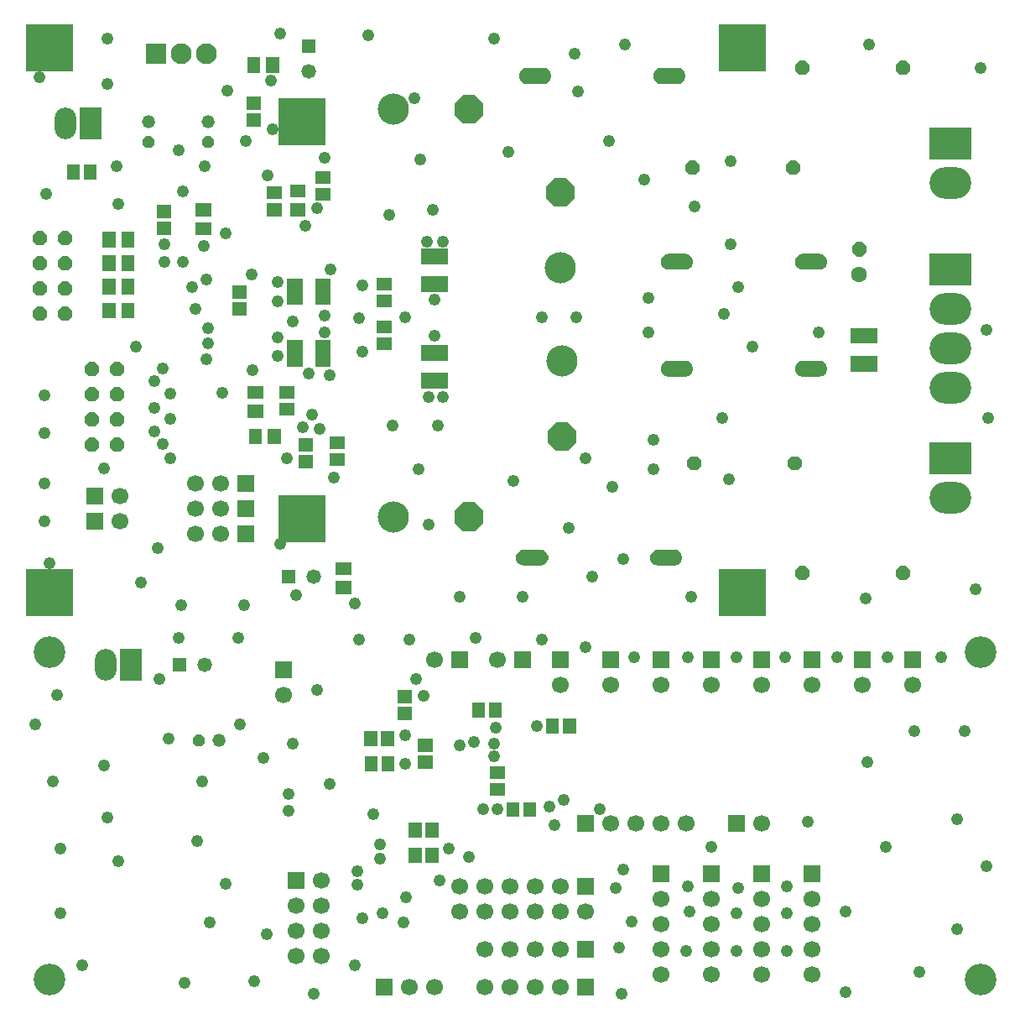
<source format=gbs>
G04 DipTrace 2.3.1.0*
%INamp_tas5631.gbs*%
%MOIN*%
%ADD30C,0.052*%
%ADD31C,0.124*%
%ADD32C,0.063*%
%ADD54C,0.126*%
%ADD61C,0.0479*%
%ADD64O,0.1654X0.126*%
%ADD66R,0.1654X0.126*%
%ADD68O,0.0866X0.126*%
%ADD70R,0.0866X0.126*%
%ADD72C,0.0827*%
%ADD73C,0.0669*%
%ADD74R,0.0827X0.0827*%
%ADD75R,0.0669X0.0669*%
%ADD84R,0.185X0.185*%
%ADD88R,0.0579X0.0579*%
%ADD90C,0.0579*%
%FSLAX44Y44*%
G04*
G70*
G90*
G75*
G01*
%LNBotMask*%
%LPD*%
D61*
X9688Y-29375D3*
X9245Y-10192D3*
X12500Y-18250D3*
X11375Y-8250D3*
X11938Y-16312D3*
X13625Y-13250D3*
X12375Y-10000D3*
X15312Y-11875D3*
X13500Y-11938D3*
X7438Y-10375D3*
X6875Y-10687D3*
X7500Y-12313D3*
Y-12937D3*
X7313Y-9063D3*
X11250Y-16250D3*
X11625Y-15750D3*
X8182Y-8559D3*
X9000Y-4875D3*
X9875Y-6250D3*
X12313Y-14188D3*
X10250Y-12687D3*
Y-13437D3*
X12125Y-11813D3*
X9250Y-14000D3*
X10250Y-10500D3*
Y-11250D3*
X11500Y-14125D3*
X15688Y-3188D3*
X10625Y-17500D3*
X20750Y-11875D3*
X7000Y-11563D3*
X13625Y-10625D3*
X11812Y-7562D3*
X12125Y-5562D3*
X10000Y-2500D3*
X3500Y-2625D3*
X25188Y-16750D3*
Y-17938D3*
X21813Y-20250D3*
X25000Y-11125D3*
X10062Y-4438D3*
X3500Y-813D3*
X10375Y-625D3*
X8250Y-2875D3*
X25000Y-12500D3*
X31750D3*
X28000Y-11750D3*
X22125Y-11875D3*
X15875Y-17938D3*
X15938Y-5625D3*
X3875Y-5875D3*
X22750Y-22188D3*
X6313Y-5250D3*
X6500Y-6875D3*
X7375Y-5875D3*
X1063Y-7000D3*
X3938Y-7375D3*
X19625Y-18375D3*
X16688Y-34250D3*
X15250Y-35938D3*
X7438Y-13563D3*
X6000Y-15937D3*
Y-14937D3*
X6437Y-23313D3*
X8938D3*
X11000Y-22937D3*
X5500Y-21062D3*
X14312Y-32813D3*
X10875Y-12062D3*
X19438Y-5313D3*
X27938Y-15875D3*
X21062Y-31313D3*
X4625Y-13063D3*
X5750Y-9000D3*
X16250Y-20125D3*
X28188Y-18313D3*
X16813Y-15063D3*
X16250D3*
X16813Y-8875D3*
X16188D3*
X28563Y-10688D3*
X29125Y-13063D3*
X28250Y-9000D3*
Y-5688D3*
X26813Y-7500D3*
X24063Y-1063D3*
X33750D3*
X38188Y-2000D3*
X18875Y-813D3*
X17500Y-23000D3*
X787Y-2362D3*
X1181Y-21654D3*
X5687Y-16938D3*
X5375Y-16438D3*
Y-15500D3*
X5687Y-13938D3*
X5375Y-14438D3*
X26563Y-34500D3*
X23438Y-4875D3*
X24813Y-6437D3*
X23563Y-18625D3*
X8063Y-14875D3*
X12125Y-12500D3*
X16500Y-12625D3*
Y-11188D3*
X16625Y-16188D3*
X14813D3*
X16438Y-7625D3*
X14688Y-7813D3*
X5750Y-9688D3*
X6500D3*
X26625Y-35500D3*
X13875Y-688D3*
X22062Y-1438D3*
X22188Y-2938D3*
X38438Y-12375D3*
X22500Y-17500D3*
X24000Y-21500D3*
X26688Y-23000D3*
X20000D3*
X13313Y-23250D3*
X10375Y-20875D3*
X3375Y-17875D3*
X4813Y-22438D3*
X6000Y-17500D3*
X1000Y-15000D3*
Y-16500D3*
Y-18500D3*
Y-20000D3*
X14313Y-33375D3*
X13438Y-33875D3*
Y-34438D3*
X15375Y-34938D3*
X15312Y-28500D3*
X17500Y-28875D3*
X20563Y-28125D3*
X18938Y-28188D3*
X19000Y-31438D3*
X17063Y-33000D3*
X10688Y-31500D3*
X10875Y-28813D3*
X15312Y-29625D3*
X28500Y-35563D3*
X30500D3*
X12313Y-30438D3*
X14063Y-31625D3*
X18875Y-28813D3*
X21625Y-31063D3*
X17875Y-33313D3*
X21250Y-32063D3*
X8750Y-28063D3*
X18875Y-29313D3*
X16062Y-26938D3*
X18062Y-28750D3*
X15750Y-26250D3*
X6312Y-24625D3*
X11813Y-26688D3*
X8688Y-24625D3*
X23062Y-31437D3*
X10688Y-30813D3*
X23938Y-38750D3*
X24312Y-35875D3*
X28500Y-37063D3*
X28563Y-34563D3*
X27500Y-32938D3*
X30500Y-37063D3*
X26500D3*
X31313Y-31938D3*
X1625Y-33000D3*
X3500Y-31750D3*
X7062Y-32687D3*
X1625Y-35563D3*
X38438Y-33688D3*
X33688Y-29563D3*
X23813Y-36938D3*
X24000Y-33813D3*
X13500Y-24688D3*
X15500D3*
X9813Y-36375D3*
X3938Y-33500D3*
X9313Y-38250D3*
X1313Y-30313D3*
X625Y-28063D3*
X1500Y-26875D3*
X18437Y-31438D3*
X13625Y-35750D3*
X32500Y-25375D3*
X34500D3*
X30438D3*
X28500D3*
X26563D3*
X24438D3*
X22500Y-25000D3*
X20750Y-24688D3*
X18125Y-24625D3*
X36625Y-25375D3*
X35563Y-28313D3*
X33625Y-23063D3*
X32813Y-38688D3*
X38500Y-15875D3*
X38000Y-22688D3*
X37563Y-28313D3*
X30500Y-34500D3*
X37250Y-36188D3*
X7250Y-30313D3*
X32812Y-35500D3*
X5938Y-28625D3*
X5563Y-26250D3*
X3375Y-29688D3*
X8188Y-34375D3*
X34438Y-32938D3*
X35750Y-37875D3*
X37250Y-31813D3*
X23688Y-34563D3*
X14438Y-35563D3*
X13313Y-37625D3*
X11687Y-38750D3*
X6563Y-38313D3*
X2500Y-37625D3*
X7563Y-35938D3*
D30*
X7938Y-28688D3*
G36*
X6897Y-28588D2*
X7038Y-28447D1*
X7237D1*
X7378Y-28588D1*
Y-28787D1*
X7237Y-28928D1*
X7038D1*
X6897Y-28787D1*
Y-28588D1*
G37*
G36*
X15608Y-27369D2*
Y-27881D1*
X15017D1*
Y-27369D1*
X15608D1*
G37*
G36*
Y-26700D2*
Y-27212D1*
X15017D1*
Y-26700D1*
X15608D1*
G37*
G36*
X14369Y-28330D2*
X14881D1*
Y-28920D1*
X14369D1*
Y-28330D1*
G37*
G36*
X13700D2*
X14212D1*
Y-28920D1*
X13700D1*
Y-28330D1*
G37*
G36*
X21443Y-28420D2*
X20932D1*
Y-27830D1*
X21443D1*
Y-28420D1*
G37*
G36*
X22113D2*
X21601D1*
Y-27830D1*
X22113D1*
Y-28420D1*
G37*
G36*
X18506Y-27795D2*
X17994D1*
Y-27205D1*
X18506D1*
Y-27795D1*
G37*
G36*
X19175D2*
X18663D1*
Y-27205D1*
X19175D1*
Y-27795D1*
G37*
G36*
X16420Y-29307D2*
Y-29818D1*
X15830D1*
Y-29307D1*
X16420D1*
G37*
G36*
Y-28637D2*
Y-29149D1*
X15830D1*
Y-28637D1*
X16420D1*
G37*
G36*
X19859Y-31733D2*
X19347D1*
Y-31142D1*
X19859D1*
Y-31733D1*
G37*
G36*
X20528D2*
X20016D1*
Y-31142D1*
X20528D1*
Y-31733D1*
G37*
G36*
X18705Y-30234D2*
Y-29722D1*
X19295D1*
Y-30234D1*
X18705D1*
G37*
G36*
Y-30903D2*
Y-30391D1*
X19295D1*
Y-30903D1*
X18705D1*
G37*
G36*
X16141Y-32955D2*
X16653D1*
Y-33545D1*
X16141D1*
Y-32955D1*
G37*
G36*
X15472D2*
X15984D1*
Y-33545D1*
X15472D1*
Y-32955D1*
G37*
G36*
X14234Y-29920D2*
X13722D1*
Y-29330D1*
X14234D1*
Y-29920D1*
G37*
G36*
X14903D2*
X14391D1*
Y-29330D1*
X14903D1*
Y-29920D1*
G37*
G36*
X16141Y-31955D2*
X16653D1*
Y-32545D1*
X16141D1*
Y-31955D1*
G37*
G36*
X15472D2*
X15984D1*
Y-32545D1*
X15472D1*
Y-31955D1*
G37*
D30*
X5125Y-4125D3*
G36*
X5225Y-5165D2*
X5365Y-5025D1*
Y-4826D1*
X5225Y-4685D1*
X5025D1*
X4885Y-4826D1*
Y-5025D1*
X5025Y-5165D1*
X5225D1*
G37*
G36*
X9608Y-3807D2*
Y-4318D1*
X9017D1*
Y-3807D1*
X9608D1*
G37*
G36*
Y-3137D2*
Y-3649D1*
X9017D1*
Y-3137D1*
X9608D1*
G37*
D30*
X7500Y-4125D3*
G36*
X7599Y-5165D2*
X7740Y-5025D1*
Y-4826D1*
X7599Y-4685D1*
X7400D1*
X7260Y-4826D1*
Y-5025D1*
X7400Y-5165D1*
X7599D1*
G37*
G36*
X11748Y-10343D2*
X12378D1*
Y-11406D1*
X11748D1*
Y-10343D1*
G37*
G36*
X10645D2*
X11275D1*
Y-11406D1*
X10645D1*
Y-10343D1*
G37*
D31*
X14870Y-3621D3*
G36*
X18443Y-3384D2*
X18108Y-3048D1*
X17633D1*
X17298Y-3384D1*
Y-3858D1*
X17633Y-4194D1*
X18108D1*
X18443Y-3858D1*
Y-3384D1*
G37*
D31*
X21496Y-9934D3*
G36*
X21259Y-6361D2*
X20923Y-6697D1*
Y-7172D1*
X21259Y-7507D1*
X21733D1*
X22069Y-7172D1*
Y-6697D1*
X21733Y-6361D1*
X21259D1*
G37*
D32*
X33375Y-10188D3*
G36*
X33254Y-8896D2*
X33084Y-9067D1*
Y-9308D1*
X33254Y-9479D1*
X33496D1*
X33666Y-9308D1*
Y-9067D1*
X33496Y-8896D1*
X33254D1*
G37*
G36*
X5455Y-7943D2*
Y-7432D1*
X6045D1*
Y-7943D1*
X5455D1*
G37*
G36*
Y-8613D2*
Y-8101D1*
X6045D1*
Y-8613D1*
X5455D1*
G37*
G36*
X10415Y-7365D2*
Y-7877D1*
X9825D1*
Y-7365D1*
X10415D1*
G37*
G36*
Y-6696D2*
Y-7208D1*
X9825D1*
Y-6696D1*
X10415D1*
G37*
G36*
X9045Y-11307D2*
Y-11818D1*
X8455D1*
Y-11307D1*
X9045D1*
G37*
G36*
Y-10637D2*
Y-11149D1*
X8455D1*
Y-10637D1*
X9045D1*
G37*
G36*
X12358Y-6744D2*
Y-7256D1*
X11767D1*
Y-6744D1*
X12358D1*
G37*
G36*
Y-6075D2*
Y-6587D1*
X11767D1*
Y-6075D1*
X12358D1*
G37*
G36*
X31380Y-1854D2*
X31217Y-1691D1*
X30988D1*
X30825Y-1854D1*
Y-2083D1*
X30988Y-2246D1*
X31217D1*
X31380Y-2083D1*
Y-1854D1*
G37*
G36*
X35380D2*
X35217Y-1691D1*
X34988D1*
X34825Y-1854D1*
Y-2083D1*
X34988Y-2246D1*
X35217D1*
X35380Y-2083D1*
Y-1854D1*
G37*
G36*
X33031Y-12940D2*
Y-12310D1*
X34094D1*
Y-12940D1*
X33031D1*
G37*
G36*
Y-14042D2*
Y-13412D1*
X34094D1*
Y-14042D1*
X33031D1*
G37*
D31*
X21559Y-13622D3*
G36*
X21796Y-17195D2*
X22131Y-16859D1*
Y-16385D1*
X21796Y-16049D1*
X21321D1*
X20986Y-16385D1*
Y-16859D1*
X21321Y-17195D1*
X21796D1*
G37*
G36*
X27027Y-5823D2*
X26865Y-5660D1*
X26635D1*
X26473Y-5823D1*
Y-6052D1*
X26635Y-6215D1*
X26865D1*
X27027Y-6052D1*
Y-5823D1*
G37*
G36*
X31027D2*
X30865Y-5660D1*
X30635D1*
X30473Y-5823D1*
Y-6052D1*
X30635Y-6215D1*
X30865D1*
X31027Y-6052D1*
Y-5823D1*
G37*
G36*
X14795Y-10994D2*
Y-11506D1*
X14205D1*
Y-10994D1*
X14795D1*
G37*
G36*
Y-10325D2*
Y-10837D1*
X14205D1*
Y-10325D1*
X14795D1*
G37*
G36*
X17031Y-10248D2*
Y-10878D1*
X15969D1*
Y-10248D1*
X17031D1*
G37*
G36*
Y-9145D2*
Y-9775D1*
X15969D1*
Y-9145D1*
X17031D1*
G37*
G36*
X11670Y-17369D2*
Y-17881D1*
X11080D1*
Y-17369D1*
X11670D1*
G37*
G36*
Y-16700D2*
Y-17212D1*
X11080D1*
Y-16700D1*
X11670D1*
G37*
G36*
X14795Y-12681D2*
Y-13193D1*
X14205D1*
Y-12681D1*
X14795D1*
G37*
G36*
Y-12012D2*
Y-12524D1*
X14205D1*
Y-12012D1*
X14795D1*
G37*
G36*
X30535Y-17802D2*
X30698Y-17965D1*
X30927D1*
X31090Y-17802D1*
Y-17573D1*
X30927Y-17410D1*
X30698D1*
X30535Y-17573D1*
Y-17802D1*
G37*
G36*
X26535D2*
X26698Y-17965D1*
X26927D1*
X27090Y-17802D1*
Y-17573D1*
X26927Y-17410D1*
X26698D1*
X26535Y-17573D1*
Y-17802D1*
G37*
G36*
X10330Y-15131D2*
Y-14619D1*
X10920D1*
Y-15131D1*
X10330D1*
G37*
G36*
Y-15800D2*
Y-15288D1*
X10920D1*
Y-15800D1*
X10330D1*
G37*
G36*
X17031Y-14100D2*
Y-14730D1*
X15969D1*
Y-14100D1*
X17031D1*
G37*
G36*
Y-12998D2*
Y-13628D1*
X15969D1*
Y-12998D1*
X17031D1*
G37*
G36*
X12330Y-17131D2*
Y-16619D1*
X12920D1*
Y-17131D1*
X12330D1*
G37*
G36*
Y-17800D2*
Y-17288D1*
X12920D1*
Y-17800D1*
X12330D1*
G37*
G36*
X34825Y-22162D2*
X34988Y-22324D1*
X35217D1*
X35380Y-22162D1*
Y-21932D1*
X35217Y-21770D1*
X34988D1*
X34825Y-21932D1*
Y-22162D1*
G37*
G36*
X30825D2*
X30988Y-22324D1*
X31217D1*
X31380Y-22162D1*
Y-21932D1*
X31217Y-21770D1*
X30988D1*
X30825Y-21932D1*
Y-22162D1*
G37*
D31*
X14870Y-19810D3*
G36*
X18443Y-19573D2*
X18108Y-19237D1*
X17633D1*
X17298Y-19573D1*
Y-20047D1*
X17633Y-20383D1*
X18108D1*
X18443Y-20047D1*
Y-19573D1*
G37*
G36*
X11748Y-12781D2*
X12378D1*
Y-13844D1*
X11748D1*
Y-12781D1*
G37*
G36*
X10645D2*
X11275D1*
Y-13844D1*
X10645D1*
Y-12781D1*
G37*
G36*
X2557Y-5830D2*
X3068D1*
Y-6420D1*
X2557D1*
Y-5830D1*
G37*
G36*
X1887D2*
X2399D1*
Y-6420D1*
X1887D1*
Y-5830D1*
G37*
D90*
X7375Y-25687D3*
D88*
X6375D3*
D90*
X11500Y-2125D3*
D88*
Y-1125D3*
D90*
X11688Y-22188D3*
D88*
X10688D3*
D54*
X38189Y-25197D3*
X1181Y-38189D3*
Y-25197D3*
X38189Y-38189D3*
D75*
X14500Y-38500D3*
D73*
X15500D3*
X16500D3*
D75*
X9000Y-18500D3*
D73*
X8000D3*
X7000D3*
D75*
X9000Y-19500D3*
D73*
X8000D3*
X7000D3*
D75*
X9000Y-20500D3*
D73*
X8000D3*
X7000D3*
D75*
X10500Y-25875D3*
D73*
Y-26875D3*
G36*
X20817Y-2629D2*
X20926Y-2610D1*
X21023Y-2554D1*
X21095Y-2469D1*
X21133Y-2364D1*
Y-2253D1*
X21095Y-2148D1*
X21023Y-2063D1*
X20927Y-2007D1*
X20817Y-1987D1*
X20175D1*
X20066Y-2007D1*
X19969Y-2062D1*
X19897Y-2148D1*
X19859Y-2252D1*
Y-2364D1*
X19897Y-2469D1*
X19969Y-2554D1*
X20065Y-2610D1*
X20175Y-2629D1*
X20817D1*
G37*
G36*
X26147D2*
X26257Y-2610D1*
X26354Y-2554D1*
X26425Y-2469D1*
X26464Y-2364D1*
Y-2253D1*
X26426Y-2148D1*
X26354Y-2063D1*
X26258Y-2007D1*
X26148Y-1987D1*
X25506D1*
X25396Y-2007D1*
X25300Y-2062D1*
X25228Y-2148D1*
X25190Y-2252D1*
Y-2364D1*
X25228Y-2469D1*
X25299Y-2554D1*
X25396Y-2610D1*
X25506Y-2629D1*
X26147D1*
G37*
G36*
X26446Y-10008D2*
X26555Y-9989D1*
X26652Y-9933D1*
X26724Y-9848D1*
X26762Y-9743D1*
Y-9632D1*
X26724Y-9527D1*
X26652Y-9442D1*
X26556Y-9386D1*
X26446Y-9367D1*
X25804D1*
X25695Y-9386D1*
X25598Y-9442D1*
X25526Y-9527D1*
X25488Y-9631D1*
Y-9743D1*
X25526Y-9848D1*
X25598Y-9933D1*
X25694Y-9989D1*
X25804Y-10008D1*
X26446D1*
G37*
G36*
X31776D2*
X31886Y-9989D1*
X31983Y-9933D1*
X32054Y-9848D1*
X32093Y-9743D1*
Y-9632D1*
X32055Y-9527D1*
X31983Y-9442D1*
X31887Y-9386D1*
X31777Y-9367D1*
X31135D1*
X31025Y-9386D1*
X30929Y-9442D1*
X30857Y-9527D1*
X30819Y-9631D1*
Y-9743D1*
X30857Y-9848D1*
X30928Y-9933D1*
X31025Y-9989D1*
X31135Y-10008D1*
X31776D1*
G37*
G36*
X26446Y-14258D2*
X26555Y-14239D1*
X26652Y-14183D1*
X26724Y-14098D1*
X26762Y-13993D1*
Y-13882D1*
X26724Y-13777D1*
X26652Y-13692D1*
X26556Y-13636D1*
X26446Y-13617D1*
X25804D1*
X25695Y-13636D1*
X25598Y-13692D1*
X25526Y-13777D1*
X25488Y-13881D1*
Y-13993D1*
X25526Y-14098D1*
X25598Y-14183D1*
X25694Y-14239D1*
X25804Y-14258D1*
X26446D1*
G37*
G36*
X31776D2*
X31886Y-14239D1*
X31983Y-14183D1*
X32054Y-14098D1*
X32093Y-13993D1*
Y-13882D1*
X32055Y-13777D1*
X31983Y-13692D1*
X31887Y-13636D1*
X31777Y-13617D1*
X31135D1*
X31025Y-13636D1*
X30929Y-13692D1*
X30857Y-13777D1*
X30819Y-13881D1*
Y-13993D1*
X30857Y-14098D1*
X30928Y-14183D1*
X31025Y-14239D1*
X31135Y-14258D1*
X31776D1*
G37*
G36*
X20696Y-21758D2*
X20805Y-21739D1*
X20902Y-21683D1*
X20974Y-21598D1*
X21012Y-21493D1*
Y-21382D1*
X20974Y-21277D1*
X20902Y-21192D1*
X20806Y-21136D1*
X20696Y-21117D1*
X20054D1*
X19945Y-21136D1*
X19848Y-21192D1*
X19776Y-21277D1*
X19738Y-21381D1*
Y-21493D1*
X19776Y-21598D1*
X19848Y-21683D1*
X19944Y-21739D1*
X20054Y-21758D1*
X20696D1*
G37*
G36*
X26026D2*
X26136Y-21739D1*
X26233Y-21683D1*
X26304Y-21598D1*
X26343Y-21493D1*
Y-21382D1*
X26305Y-21277D1*
X26233Y-21192D1*
X26137Y-21136D1*
X26027Y-21117D1*
X25385D1*
X25275Y-21136D1*
X25179Y-21192D1*
X25107Y-21277D1*
X25069Y-21381D1*
Y-21493D1*
X25107Y-21598D1*
X25178Y-21683D1*
X25275Y-21739D1*
X25385Y-21758D1*
X26026D1*
G37*
D84*
X28740Y-22835D3*
X11220Y-19882D3*
X28740Y-1181D3*
X1181D3*
Y-22835D3*
X11220Y-4134D3*
G36*
X9568Y-2190D2*
X9057D1*
Y-1560D1*
X9568D1*
Y-2190D1*
G37*
G36*
X10316D2*
X9805D1*
Y-1560D1*
X10316D1*
Y-2190D1*
G37*
G36*
X12560Y-22131D2*
Y-21619D1*
X13190D1*
Y-22131D1*
X12560D1*
G37*
G36*
Y-22879D2*
Y-22367D1*
X13190D1*
Y-22879D1*
X12560D1*
G37*
G36*
X11378Y-7369D2*
Y-7881D1*
X10748D1*
Y-7369D1*
X11378D1*
G37*
G36*
Y-6621D2*
Y-7133D1*
X10748D1*
Y-6621D1*
X11378D1*
G37*
G36*
X7627Y-8119D2*
Y-8631D1*
X6998D1*
Y-8119D1*
X7627D1*
G37*
G36*
Y-7371D2*
Y-7883D1*
X6998D1*
Y-7371D1*
X7627D1*
G37*
G36*
X3818Y-9127D2*
X3307D1*
Y-8498D1*
X3818D1*
Y-9127D1*
G37*
G36*
X4566D2*
X4055D1*
Y-8498D1*
X4566D1*
Y-9127D1*
G37*
G36*
X3818Y-10065D2*
X3307D1*
Y-9435D1*
X3818D1*
Y-10065D1*
G37*
G36*
X4566D2*
X4055D1*
Y-9435D1*
X4566D1*
Y-10065D1*
G37*
G36*
X3818Y-11002D2*
X3307D1*
Y-10373D1*
X3818D1*
Y-11002D1*
G37*
G36*
X4566D2*
X4055D1*
Y-10373D1*
X4566D1*
Y-11002D1*
G37*
G36*
X3818Y-11940D2*
X3307D1*
Y-11310D1*
X3818D1*
Y-11940D1*
G37*
G36*
X4566D2*
X4055D1*
Y-11310D1*
X4566D1*
Y-11940D1*
G37*
G36*
X9869Y-16310D2*
X10381D1*
Y-16940D1*
X9869D1*
Y-16310D1*
G37*
G36*
X9121D2*
X9633D1*
Y-16940D1*
X9121D1*
Y-16310D1*
G37*
G36*
X9690Y-15369D2*
Y-15881D1*
X9060D1*
Y-15369D1*
X9690D1*
G37*
G36*
Y-14621D2*
Y-15133D1*
X9060D1*
Y-14621D1*
X9690D1*
G37*
D74*
X5438Y-1438D3*
D72*
X6438D3*
X7438D3*
D70*
X4437Y-25687D3*
D68*
X3437D3*
D75*
X20000Y-25500D3*
D73*
X19000D3*
D75*
X21500D3*
D73*
Y-26500D3*
D75*
X17500Y-25500D3*
D73*
X16500D3*
D75*
X23500D3*
D73*
Y-26500D3*
D75*
X25500Y-25500D3*
D73*
Y-26500D3*
D75*
X27500Y-25500D3*
D73*
Y-26500D3*
D75*
X29500Y-25500D3*
D73*
Y-26500D3*
D75*
X31500Y-25500D3*
D73*
Y-26500D3*
D75*
X11000Y-34250D3*
D73*
X12000D3*
X11000Y-35250D3*
X12000D3*
X11000Y-36250D3*
X12000D3*
X11000Y-37250D3*
X12000D3*
D75*
X33500Y-25500D3*
D73*
Y-26500D3*
D75*
X22500Y-32000D3*
D73*
X23500D3*
X24500D3*
X25500D3*
X26500D3*
D75*
X35500Y-25500D3*
D73*
Y-26500D3*
D75*
X28500Y-32000D3*
D73*
X29500D3*
D75*
X25500Y-34000D3*
D73*
Y-35000D3*
Y-36000D3*
Y-37000D3*
Y-38000D3*
D75*
X22500Y-34500D3*
D73*
Y-35500D3*
X21500Y-34500D3*
Y-35500D3*
X20500Y-34500D3*
Y-35500D3*
X19500Y-34500D3*
Y-35500D3*
X18500Y-34500D3*
Y-35500D3*
X17500Y-34500D3*
Y-35500D3*
D75*
X27500Y-34000D3*
D73*
Y-35000D3*
Y-36000D3*
Y-37000D3*
Y-38000D3*
D75*
X22500Y-38500D3*
D73*
X21500D3*
X20500D3*
X19500D3*
X18500D3*
D75*
X22500Y-37000D3*
D73*
X21500D3*
X20500D3*
X19500D3*
X18500D3*
D75*
X29500Y-34000D3*
D73*
Y-35000D3*
Y-36000D3*
Y-37000D3*
Y-38000D3*
D75*
X31500Y-34000D3*
D73*
Y-35000D3*
Y-36000D3*
Y-37000D3*
Y-38000D3*
D70*
X2813Y-4187D3*
D68*
X1813D3*
D66*
X37000Y-10000D3*
D64*
Y-11559D3*
Y-13118D3*
Y-14677D3*
D75*
X3000Y-19000D3*
D73*
X4000D3*
D75*
X3000Y-20000D3*
D73*
X4000D3*
G36*
X1921Y-9024D2*
X2083Y-8861D1*
Y-8632D1*
X1921Y-8469D1*
X1691D1*
X1529Y-8632D1*
Y-8861D1*
X1691Y-9024D1*
X1921D1*
G37*
G36*
X921D2*
X1083Y-8861D1*
Y-8632D1*
X921Y-8469D1*
X691D1*
X529Y-8632D1*
Y-8861D1*
X691Y-9024D1*
X921D1*
G37*
G36*
X1921Y-10024D2*
X2083Y-9861D1*
Y-9632D1*
X1921Y-9469D1*
X1691D1*
X1529Y-9632D1*
Y-9861D1*
X1691Y-10024D1*
X1921D1*
G37*
G36*
X921D2*
X1083Y-9861D1*
Y-9632D1*
X921Y-9469D1*
X691D1*
X529Y-9632D1*
Y-9861D1*
X691Y-10024D1*
X921D1*
G37*
G36*
X1921Y-11024D2*
X2083Y-10861D1*
Y-10632D1*
X1921Y-10469D1*
X1691D1*
X1529Y-10632D1*
Y-10861D1*
X1691Y-11024D1*
X1921D1*
G37*
G36*
X921D2*
X1083Y-10861D1*
Y-10632D1*
X921Y-10469D1*
X691D1*
X529Y-10632D1*
Y-10861D1*
X691Y-11024D1*
X921D1*
G37*
G36*
X1921Y-12024D2*
X2083Y-11861D1*
Y-11632D1*
X1921Y-11469D1*
X1691D1*
X1529Y-11632D1*
Y-11861D1*
X1691Y-12024D1*
X1921D1*
G37*
G36*
X921D2*
X1083Y-11861D1*
Y-11632D1*
X921Y-11469D1*
X691D1*
X529Y-11632D1*
Y-11861D1*
X691Y-12024D1*
X921D1*
G37*
G36*
X2754Y-16658D2*
X2592Y-16820D1*
Y-17050D1*
X2754Y-17212D1*
X2984D1*
X3146Y-17050D1*
Y-16820D1*
X2984Y-16658D1*
X2754D1*
G37*
G36*
X3754D2*
X3592Y-16820D1*
Y-17050D1*
X3754Y-17212D1*
X3984D1*
X4146Y-17050D1*
Y-16820D1*
X3984Y-16658D1*
X3754D1*
G37*
G36*
X2754Y-15658D2*
X2592Y-15820D1*
Y-16050D1*
X2754Y-16212D1*
X2984D1*
X3146Y-16050D1*
Y-15820D1*
X2984Y-15658D1*
X2754D1*
G37*
G36*
X3754D2*
X3592Y-15820D1*
Y-16050D1*
X3754Y-16212D1*
X3984D1*
X4146Y-16050D1*
Y-15820D1*
X3984Y-15658D1*
X3754D1*
G37*
G36*
X2754Y-14658D2*
X2592Y-14820D1*
Y-15050D1*
X2754Y-15212D1*
X2984D1*
X3146Y-15050D1*
Y-14820D1*
X2984Y-14658D1*
X2754D1*
G37*
G36*
X3754D2*
X3592Y-14820D1*
Y-15050D1*
X3754Y-15212D1*
X3984D1*
X4146Y-15050D1*
Y-14820D1*
X3984Y-14658D1*
X3754D1*
G37*
G36*
X2754Y-13658D2*
X2592Y-13820D1*
Y-14050D1*
X2754Y-14212D1*
X2984D1*
X3146Y-14050D1*
Y-13820D1*
X2984Y-13658D1*
X2754D1*
G37*
G36*
X3754D2*
X3592Y-13820D1*
Y-14050D1*
X3754Y-14212D1*
X3984D1*
X4146Y-14050D1*
Y-13820D1*
X3984Y-13658D1*
X3754D1*
G37*
D66*
X37000Y-5000D3*
D64*
Y-6559D3*
D66*
Y-17500D3*
D64*
Y-19059D3*
M02*

</source>
